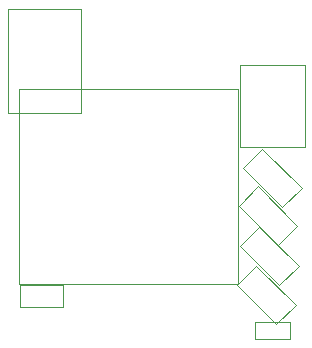
<source format=gbr>
%TF.GenerationSoftware,KiCad,Pcbnew,(5.1.9)-1*%
%TF.CreationDate,2021-06-07T11:13:51+02:00*%
%TF.ProjectId,esp32PicoD4,65737033-3250-4696-936f-44342e6b6963,rev?*%
%TF.SameCoordinates,Original*%
%TF.FileFunction,Other,User*%
%FSLAX46Y46*%
G04 Gerber Fmt 4.6, Leading zero omitted, Abs format (unit mm)*
G04 Created by KiCad (PCBNEW (5.1.9)-1) date 2021-06-07 11:13:51*
%MOMM*%
%LPD*%
G01*
G04 APERTURE LIST*
%ADD10C,0.050000*%
G04 APERTURE END LIST*
D10*
%TO.C,R9*%
X208998000Y-103092000D02*
X208998000Y-101632000D01*
X208998000Y-101632000D02*
X206038000Y-101632000D01*
X206038000Y-101632000D02*
X206038000Y-103092000D01*
X206038000Y-103092000D02*
X208998000Y-103092000D01*
%TO.C,J2*%
X185114000Y-83952000D02*
X191314000Y-83952000D01*
X191314000Y-83952000D02*
X191314000Y-75102000D01*
X191314000Y-75102000D02*
X185114000Y-75102000D01*
X185114000Y-75102000D02*
X185114000Y-83952000D01*
%TO.C,D7*%
X209635600Y-93455254D02*
X206312198Y-90131852D01*
X206312198Y-90131852D02*
X204685852Y-91758198D01*
X204685852Y-91758198D02*
X208009254Y-95081600D01*
X209635600Y-93455254D02*
X208009254Y-95081600D01*
%TO.C,D6*%
X209738874Y-96860528D02*
X206415472Y-93537126D01*
X206415472Y-93537126D02*
X204789126Y-95163472D01*
X204789126Y-95163472D02*
X208112528Y-98486874D01*
X209738874Y-96860528D02*
X208112528Y-98486874D01*
%TO.C,D5*%
X209484874Y-100162528D02*
X206161472Y-96839126D01*
X206161472Y-96839126D02*
X204535126Y-98465472D01*
X204535126Y-98465472D02*
X207858528Y-101788874D01*
X209484874Y-100162528D02*
X207858528Y-101788874D01*
%TO.C,D2*%
X205043126Y-88559472D02*
X208366528Y-91882874D01*
X208366528Y-91882874D02*
X209992874Y-90256528D01*
X209992874Y-90256528D02*
X206669472Y-86933126D01*
X205043126Y-88559472D02*
X206669472Y-86933126D01*
%TO.C,D3*%
X210268000Y-79862000D02*
X210268000Y-86762000D01*
X204768000Y-79862000D02*
X210268000Y-79862000D01*
X204768000Y-86762000D02*
X204768000Y-79862000D01*
X210268000Y-86762000D02*
X204768000Y-86762000D01*
%TO.C,R4*%
X186110000Y-98450000D02*
X186110000Y-100350000D01*
X186110000Y-100350000D02*
X189810000Y-100350000D01*
X189810000Y-100350000D02*
X189810000Y-98450000D01*
X189810000Y-98450000D02*
X186110000Y-98450000D01*
%TO.C,RFM95*%
X186076000Y-98420000D02*
X204576000Y-98420000D01*
X204576000Y-98420000D02*
X204576000Y-81920000D01*
X186076000Y-81920000D02*
X204576000Y-81920000D01*
X186076000Y-81920000D02*
X186076000Y-98420000D01*
%TD*%
M02*

</source>
